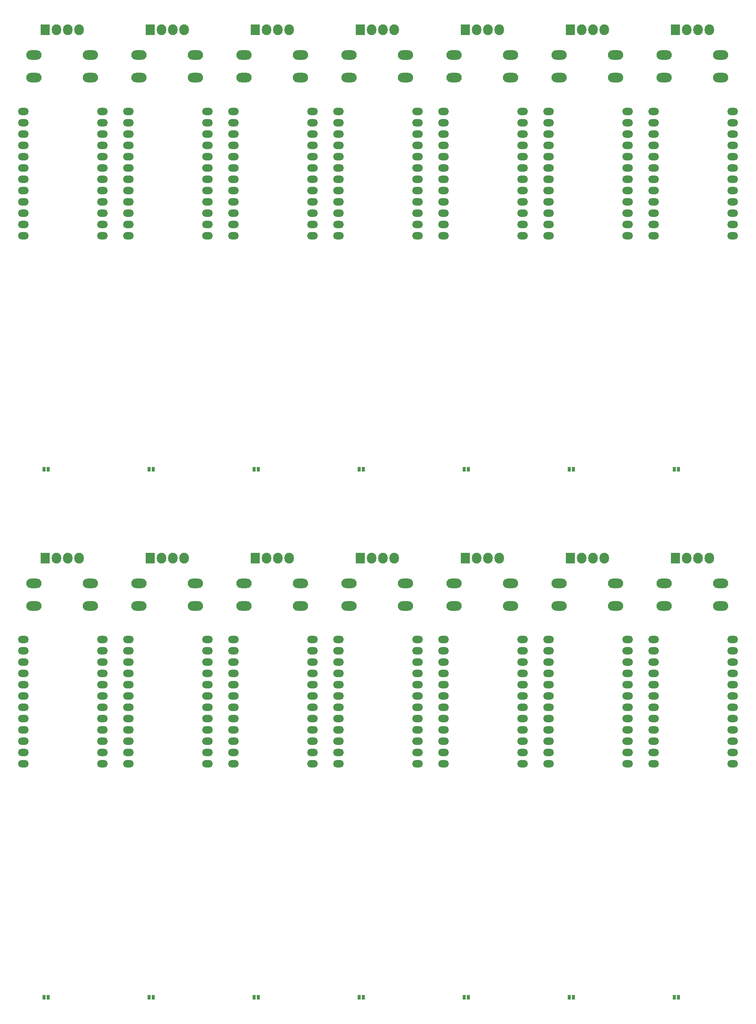
<source format=gts>
G04 #@! TF.FileFunction,Soldermask,Top*
%FSLAX46Y46*%
G04 Gerber Fmt 4.6, Leading zero omitted, Abs format (unit mm)*
G04 Created by KiCad (PCBNEW 4.0.1-stable) date 2/13/2017 3:52:04 PM*
%MOMM*%
G01*
G04 APERTURE LIST*
%ADD10C,0.100000*%
%ADD11O,2.400000X1.670000*%
%ADD12R,2.127200X2.432000*%
%ADD13O,2.127200X2.432000*%
%ADD14R,0.800000X1.000000*%
%ADD15O,3.448000X2.127200*%
G04 APERTURE END LIST*
D10*
D11*
X143298000Y-155090000D03*
X125518000Y-155090000D03*
X143298000Y-157630000D03*
X125518000Y-157630000D03*
X143298000Y-160170000D03*
X125518000Y-160170000D03*
X143298000Y-162710000D03*
X125518000Y-162710000D03*
X143298000Y-165250000D03*
X125518000Y-165250000D03*
X143298000Y-167790000D03*
X125518000Y-167790000D03*
X143298000Y-170330000D03*
X125518000Y-170330000D03*
X143298000Y-172870000D03*
X125518000Y-172870000D03*
X143298000Y-175410000D03*
X125518000Y-175410000D03*
X143298000Y-177950000D03*
X125518000Y-177950000D03*
X143298000Y-180490000D03*
X125518000Y-180490000D03*
X143298000Y-183030000D03*
X125518000Y-183030000D03*
D12*
X130445600Y-136751200D03*
D13*
X132985600Y-136751200D03*
X135525600Y-136751200D03*
X138065600Y-136751200D03*
D14*
X130198800Y-235531800D03*
X131098800Y-235531800D03*
D15*
X127854800Y-142440800D03*
X127854800Y-147520800D03*
X140554800Y-142440800D03*
X140554800Y-147520800D03*
X127854800Y-23695800D03*
X127854800Y-28775800D03*
X140554800Y-23695800D03*
X140554800Y-28775800D03*
D14*
X130198800Y-116786800D03*
X131098800Y-116786800D03*
D12*
X130445600Y-18006200D03*
D13*
X132985600Y-18006200D03*
X135525600Y-18006200D03*
X138065600Y-18006200D03*
D11*
X143298000Y-36345000D03*
X125518000Y-36345000D03*
X143298000Y-38885000D03*
X125518000Y-38885000D03*
X143298000Y-41425000D03*
X125518000Y-41425000D03*
X143298000Y-43965000D03*
X125518000Y-43965000D03*
X143298000Y-46505000D03*
X125518000Y-46505000D03*
X143298000Y-49045000D03*
X125518000Y-49045000D03*
X143298000Y-51585000D03*
X125518000Y-51585000D03*
X143298000Y-54125000D03*
X125518000Y-54125000D03*
X143298000Y-56665000D03*
X125518000Y-56665000D03*
X143298000Y-59205000D03*
X125518000Y-59205000D03*
X143298000Y-61745000D03*
X125518000Y-61745000D03*
X143298000Y-64285000D03*
X125518000Y-64285000D03*
X190542000Y-36345000D03*
X172762000Y-36345000D03*
X190542000Y-38885000D03*
X172762000Y-38885000D03*
X190542000Y-41425000D03*
X172762000Y-41425000D03*
X190542000Y-43965000D03*
X172762000Y-43965000D03*
X190542000Y-46505000D03*
X172762000Y-46505000D03*
X190542000Y-49045000D03*
X172762000Y-49045000D03*
X190542000Y-51585000D03*
X172762000Y-51585000D03*
X190542000Y-54125000D03*
X172762000Y-54125000D03*
X190542000Y-56665000D03*
X172762000Y-56665000D03*
X190542000Y-59205000D03*
X172762000Y-59205000D03*
X190542000Y-61745000D03*
X172762000Y-61745000D03*
X190542000Y-64285000D03*
X172762000Y-64285000D03*
D12*
X177689600Y-18006200D03*
D13*
X180229600Y-18006200D03*
X182769600Y-18006200D03*
X185309600Y-18006200D03*
D14*
X177442800Y-116786800D03*
X178342800Y-116786800D03*
D15*
X175098800Y-23695800D03*
X175098800Y-28775800D03*
X187798800Y-23695800D03*
X187798800Y-28775800D03*
X175098800Y-142440800D03*
X175098800Y-147520800D03*
X187798800Y-142440800D03*
X187798800Y-147520800D03*
D14*
X177442800Y-235531800D03*
X178342800Y-235531800D03*
D12*
X177689600Y-136751200D03*
D13*
X180229600Y-136751200D03*
X182769600Y-136751200D03*
X185309600Y-136751200D03*
D11*
X190542000Y-155090000D03*
X172762000Y-155090000D03*
X190542000Y-157630000D03*
X172762000Y-157630000D03*
X190542000Y-160170000D03*
X172762000Y-160170000D03*
X190542000Y-162710000D03*
X172762000Y-162710000D03*
X190542000Y-165250000D03*
X172762000Y-165250000D03*
X190542000Y-167790000D03*
X172762000Y-167790000D03*
X190542000Y-170330000D03*
X172762000Y-170330000D03*
X190542000Y-172870000D03*
X172762000Y-172870000D03*
X190542000Y-175410000D03*
X172762000Y-175410000D03*
X190542000Y-177950000D03*
X172762000Y-177950000D03*
X190542000Y-180490000D03*
X172762000Y-180490000D03*
X190542000Y-183030000D03*
X172762000Y-183030000D03*
X166920000Y-155090000D03*
X149140000Y-155090000D03*
X166920000Y-157630000D03*
X149140000Y-157630000D03*
X166920000Y-160170000D03*
X149140000Y-160170000D03*
X166920000Y-162710000D03*
X149140000Y-162710000D03*
X166920000Y-165250000D03*
X149140000Y-165250000D03*
X166920000Y-167790000D03*
X149140000Y-167790000D03*
X166920000Y-170330000D03*
X149140000Y-170330000D03*
X166920000Y-172870000D03*
X149140000Y-172870000D03*
X166920000Y-175410000D03*
X149140000Y-175410000D03*
X166920000Y-177950000D03*
X149140000Y-177950000D03*
X166920000Y-180490000D03*
X149140000Y-180490000D03*
X166920000Y-183030000D03*
X149140000Y-183030000D03*
D12*
X154067600Y-136751200D03*
D13*
X156607600Y-136751200D03*
X159147600Y-136751200D03*
X161687600Y-136751200D03*
D14*
X153820800Y-235531800D03*
X154720800Y-235531800D03*
D15*
X151476800Y-142440800D03*
X151476800Y-147520800D03*
X164176800Y-142440800D03*
X164176800Y-147520800D03*
X151476800Y-23695800D03*
X151476800Y-28775800D03*
X164176800Y-23695800D03*
X164176800Y-28775800D03*
D14*
X153820800Y-116786800D03*
X154720800Y-116786800D03*
D12*
X154067600Y-18006200D03*
D13*
X156607600Y-18006200D03*
X159147600Y-18006200D03*
X161687600Y-18006200D03*
D11*
X166920000Y-36345000D03*
X149140000Y-36345000D03*
X166920000Y-38885000D03*
X149140000Y-38885000D03*
X166920000Y-41425000D03*
X149140000Y-41425000D03*
X166920000Y-43965000D03*
X149140000Y-43965000D03*
X166920000Y-46505000D03*
X149140000Y-46505000D03*
X166920000Y-49045000D03*
X149140000Y-49045000D03*
X166920000Y-51585000D03*
X149140000Y-51585000D03*
X166920000Y-54125000D03*
X149140000Y-54125000D03*
X166920000Y-56665000D03*
X149140000Y-56665000D03*
X166920000Y-59205000D03*
X149140000Y-59205000D03*
X166920000Y-61745000D03*
X149140000Y-61745000D03*
X166920000Y-64285000D03*
X149140000Y-64285000D03*
X96054000Y-36345000D03*
X78274000Y-36345000D03*
X96054000Y-38885000D03*
X78274000Y-38885000D03*
X96054000Y-41425000D03*
X78274000Y-41425000D03*
X96054000Y-43965000D03*
X78274000Y-43965000D03*
X96054000Y-46505000D03*
X78274000Y-46505000D03*
X96054000Y-49045000D03*
X78274000Y-49045000D03*
X96054000Y-51585000D03*
X78274000Y-51585000D03*
X96054000Y-54125000D03*
X78274000Y-54125000D03*
X96054000Y-56665000D03*
X78274000Y-56665000D03*
X96054000Y-59205000D03*
X78274000Y-59205000D03*
X96054000Y-61745000D03*
X78274000Y-61745000D03*
X96054000Y-64285000D03*
X78274000Y-64285000D03*
D12*
X83201600Y-18006200D03*
D13*
X85741600Y-18006200D03*
X88281600Y-18006200D03*
X90821600Y-18006200D03*
D14*
X82954800Y-116786800D03*
X83854800Y-116786800D03*
D15*
X80610800Y-23695800D03*
X80610800Y-28775800D03*
X93310800Y-23695800D03*
X93310800Y-28775800D03*
X80610800Y-142440800D03*
X80610800Y-147520800D03*
X93310800Y-142440800D03*
X93310800Y-147520800D03*
D14*
X82954800Y-235531800D03*
X83854800Y-235531800D03*
D12*
X83201600Y-136751200D03*
D13*
X85741600Y-136751200D03*
X88281600Y-136751200D03*
X90821600Y-136751200D03*
D11*
X96054000Y-155090000D03*
X78274000Y-155090000D03*
X96054000Y-157630000D03*
X78274000Y-157630000D03*
X96054000Y-160170000D03*
X78274000Y-160170000D03*
X96054000Y-162710000D03*
X78274000Y-162710000D03*
X96054000Y-165250000D03*
X78274000Y-165250000D03*
X96054000Y-167790000D03*
X78274000Y-167790000D03*
X96054000Y-170330000D03*
X78274000Y-170330000D03*
X96054000Y-172870000D03*
X78274000Y-172870000D03*
X96054000Y-175410000D03*
X78274000Y-175410000D03*
X96054000Y-177950000D03*
X78274000Y-177950000D03*
X96054000Y-180490000D03*
X78274000Y-180490000D03*
X96054000Y-183030000D03*
X78274000Y-183030000D03*
X119676000Y-155090000D03*
X101896000Y-155090000D03*
X119676000Y-157630000D03*
X101896000Y-157630000D03*
X119676000Y-160170000D03*
X101896000Y-160170000D03*
X119676000Y-162710000D03*
X101896000Y-162710000D03*
X119676000Y-165250000D03*
X101896000Y-165250000D03*
X119676000Y-167790000D03*
X101896000Y-167790000D03*
X119676000Y-170330000D03*
X101896000Y-170330000D03*
X119676000Y-172870000D03*
X101896000Y-172870000D03*
X119676000Y-175410000D03*
X101896000Y-175410000D03*
X119676000Y-177950000D03*
X101896000Y-177950000D03*
X119676000Y-180490000D03*
X101896000Y-180490000D03*
X119676000Y-183030000D03*
X101896000Y-183030000D03*
D12*
X106823600Y-136751200D03*
D13*
X109363600Y-136751200D03*
X111903600Y-136751200D03*
X114443600Y-136751200D03*
D14*
X106576800Y-235531800D03*
X107476800Y-235531800D03*
D15*
X104232800Y-142440800D03*
X104232800Y-147520800D03*
X116932800Y-142440800D03*
X116932800Y-147520800D03*
X104232800Y-23695800D03*
X104232800Y-28775800D03*
X116932800Y-23695800D03*
X116932800Y-28775800D03*
D14*
X106576800Y-116786800D03*
X107476800Y-116786800D03*
D12*
X106823600Y-18006200D03*
D13*
X109363600Y-18006200D03*
X111903600Y-18006200D03*
X114443600Y-18006200D03*
D11*
X119676000Y-36345000D03*
X101896000Y-36345000D03*
X119676000Y-38885000D03*
X101896000Y-38885000D03*
X119676000Y-41425000D03*
X101896000Y-41425000D03*
X119676000Y-43965000D03*
X101896000Y-43965000D03*
X119676000Y-46505000D03*
X101896000Y-46505000D03*
X119676000Y-49045000D03*
X101896000Y-49045000D03*
X119676000Y-51585000D03*
X101896000Y-51585000D03*
X119676000Y-54125000D03*
X101896000Y-54125000D03*
X119676000Y-56665000D03*
X101896000Y-56665000D03*
X119676000Y-59205000D03*
X101896000Y-59205000D03*
X119676000Y-61745000D03*
X101896000Y-61745000D03*
X119676000Y-64285000D03*
X101896000Y-64285000D03*
X72432000Y-36345000D03*
X54652000Y-36345000D03*
X72432000Y-38885000D03*
X54652000Y-38885000D03*
X72432000Y-41425000D03*
X54652000Y-41425000D03*
X72432000Y-43965000D03*
X54652000Y-43965000D03*
X72432000Y-46505000D03*
X54652000Y-46505000D03*
X72432000Y-49045000D03*
X54652000Y-49045000D03*
X72432000Y-51585000D03*
X54652000Y-51585000D03*
X72432000Y-54125000D03*
X54652000Y-54125000D03*
X72432000Y-56665000D03*
X54652000Y-56665000D03*
X72432000Y-59205000D03*
X54652000Y-59205000D03*
X72432000Y-61745000D03*
X54652000Y-61745000D03*
X72432000Y-64285000D03*
X54652000Y-64285000D03*
D12*
X59579600Y-18006200D03*
D13*
X62119600Y-18006200D03*
X64659600Y-18006200D03*
X67199600Y-18006200D03*
D14*
X59332800Y-116786800D03*
X60232800Y-116786800D03*
D15*
X56988800Y-23695800D03*
X56988800Y-28775800D03*
X69688800Y-23695800D03*
X69688800Y-28775800D03*
X56988800Y-142440800D03*
X56988800Y-147520800D03*
X69688800Y-142440800D03*
X69688800Y-147520800D03*
D14*
X59332800Y-235531800D03*
X60232800Y-235531800D03*
D12*
X59579600Y-136751200D03*
D13*
X62119600Y-136751200D03*
X64659600Y-136751200D03*
X67199600Y-136751200D03*
D11*
X72432000Y-155090000D03*
X54652000Y-155090000D03*
X72432000Y-157630000D03*
X54652000Y-157630000D03*
X72432000Y-160170000D03*
X54652000Y-160170000D03*
X72432000Y-162710000D03*
X54652000Y-162710000D03*
X72432000Y-165250000D03*
X54652000Y-165250000D03*
X72432000Y-167790000D03*
X54652000Y-167790000D03*
X72432000Y-170330000D03*
X54652000Y-170330000D03*
X72432000Y-172870000D03*
X54652000Y-172870000D03*
X72432000Y-175410000D03*
X54652000Y-175410000D03*
X72432000Y-177950000D03*
X54652000Y-177950000D03*
X72432000Y-180490000D03*
X54652000Y-180490000D03*
X72432000Y-183030000D03*
X54652000Y-183030000D03*
X48810000Y-155090000D03*
X31030000Y-155090000D03*
X48810000Y-157630000D03*
X31030000Y-157630000D03*
X48810000Y-160170000D03*
X31030000Y-160170000D03*
X48810000Y-162710000D03*
X31030000Y-162710000D03*
X48810000Y-165250000D03*
X31030000Y-165250000D03*
X48810000Y-167790000D03*
X31030000Y-167790000D03*
X48810000Y-170330000D03*
X31030000Y-170330000D03*
X48810000Y-172870000D03*
X31030000Y-172870000D03*
X48810000Y-175410000D03*
X31030000Y-175410000D03*
X48810000Y-177950000D03*
X31030000Y-177950000D03*
X48810000Y-180490000D03*
X31030000Y-180490000D03*
X48810000Y-183030000D03*
X31030000Y-183030000D03*
D12*
X35957600Y-136751200D03*
D13*
X38497600Y-136751200D03*
X41037600Y-136751200D03*
X43577600Y-136751200D03*
D14*
X35710800Y-235531800D03*
X36610800Y-235531800D03*
D15*
X33366800Y-142440800D03*
X33366800Y-147520800D03*
X46066800Y-142440800D03*
X46066800Y-147520800D03*
X33366800Y-23695800D03*
X33366800Y-28775800D03*
X46066800Y-23695800D03*
X46066800Y-28775800D03*
D14*
X35710800Y-116786800D03*
X36610800Y-116786800D03*
D12*
X35957600Y-18006200D03*
D13*
X38497600Y-18006200D03*
X41037600Y-18006200D03*
X43577600Y-18006200D03*
D11*
X48810000Y-36345000D03*
X31030000Y-36345000D03*
X48810000Y-38885000D03*
X31030000Y-38885000D03*
X48810000Y-41425000D03*
X31030000Y-41425000D03*
X48810000Y-43965000D03*
X31030000Y-43965000D03*
X48810000Y-46505000D03*
X31030000Y-46505000D03*
X48810000Y-49045000D03*
X31030000Y-49045000D03*
X48810000Y-51585000D03*
X31030000Y-51585000D03*
X48810000Y-54125000D03*
X31030000Y-54125000D03*
X48810000Y-56665000D03*
X31030000Y-56665000D03*
X48810000Y-59205000D03*
X31030000Y-59205000D03*
X48810000Y-61745000D03*
X31030000Y-61745000D03*
X48810000Y-64285000D03*
X31030000Y-64285000D03*
M02*

</source>
